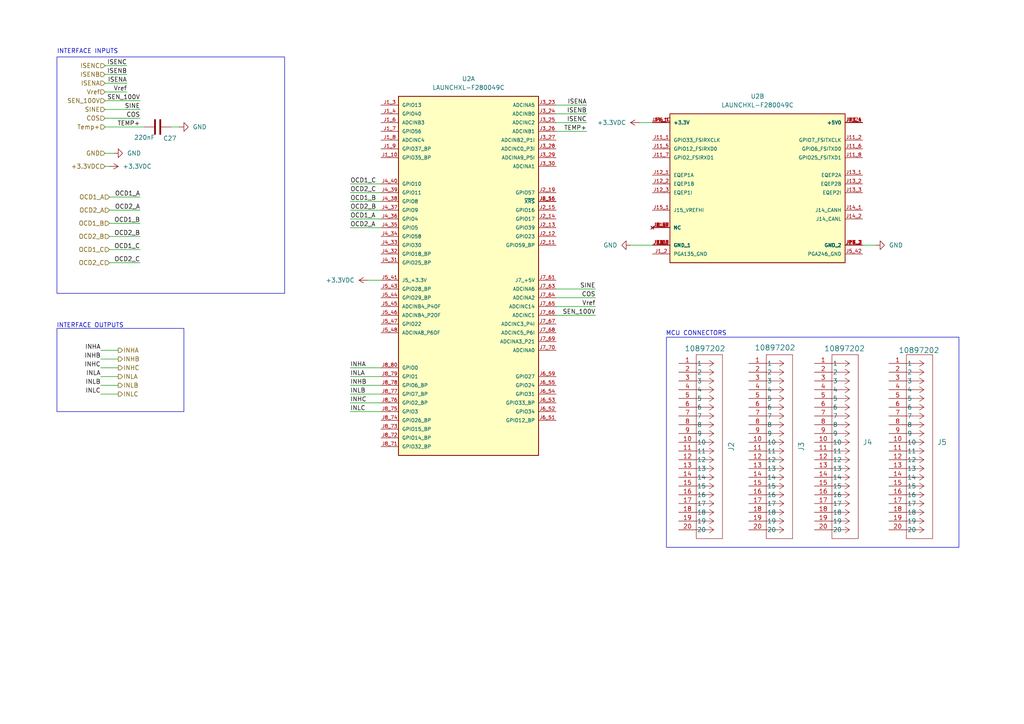
<source format=kicad_sch>
(kicad_sch (version 20250114) (generator "eeschema") (generator_version "9.0")
  (paper "A4")
  (title_block (date "2025-04-19") (rev "1"))
  (lib_symbols
    (symbol "10897202:10897202" (pin_names (offset 0.254))
      (property "Reference" "J" (at 8.89 6.35 0))
      (property "Value" "10897202" (at 0 0 0))
      (symbol "10897202_1_1"
        (polyline (pts (xy 5.08 2.54) (xy 5.08 -50.8)) (stroke (width 0.127)))
        (polyline (pts (xy 5.08 -50.8) (xy 12.7 -50.8)) (stroke (width 0.127)))
        (polyline (pts (xy 10.16 0) (xy 5.08 0)) (stroke (width 0.127)))
        (polyline (pts (xy 10.16 0) (xy 8.89 0.8467)) (stroke (width 0.127)))
        (polyline (pts (xy 10.16 0) (xy 8.89 -0.8467)) (stroke (width 0.127)))
        (polyline (pts (xy 10.16 -2.54) (xy 5.08 -2.54)) (stroke (width 0.127)))
        (polyline (pts (xy 10.16 -2.54) (xy 8.89 -1.6933)) (stroke (width 0.127)))
        (polyline (pts (xy 10.16 -2.54) (xy 8.89 -3.3867)) (stroke (width 0.127)))
        (polyline (pts (xy 10.16 -5.08) (xy 5.08 -5.08)) (stroke (width 0.127)))
        (polyline (pts (xy 10.16 -5.08) (xy 8.89 -4.2333)) (stroke (width 0.127)))
        (polyline (pts (xy 10.16 -5.08) (xy 8.89 -5.9267)) (stroke (width 0.127)))
        (polyline (pts (xy 10.16 -7.62) (xy 5.08 -7.62)) (stroke (width 0.127)))
        (polyline (pts (xy 10.16 -7.62) (xy 8.89 -6.7733)) (stroke (width 0.127)))
        (polyline (pts (xy 10.16 -7.62) (xy 8.89 -8.4667)) (stroke (width 0.127)))
        (polyline (pts (xy 10.16 -10.16) (xy 5.08 -10.16)) (stroke (width 0.127)))
        (polyline (pts (xy 10.16 -10.16) (xy 8.89 -9.3133)) (stroke (width 0.127)))
        (polyline (pts (xy 10.16 -10.16) (xy 8.89 -11.0067)) (stroke (width 0.127)))
        (polyline (pts (xy 10.16 -12.7) (xy 5.08 -12.7)) (stroke (width 0.127)))
        (polyline (pts (xy 10.16 -12.7) (xy 8.89 -11.8533)) (stroke (width 0.127)))
        (polyline (pts (xy 10.16 -12.7) (xy 8.89 -13.5467)) (stroke (width 0.127)))
        (polyline (pts (xy 10.16 -15.24) (xy 5.08 -15.24)) (stroke (width 0.127)))
        (polyline (pts (xy 10.16 -15.24) (xy 8.89 -14.3933)) (stroke (width 0.127)))
        (polyline (pts (xy 10.16 -15.24) (xy 8.89 -16.0867)) (stroke (width 0.127)))
        (polyline (pts (xy 10.16 -17.78) (xy 5.08 -17.78)) (stroke (width 0.127)))
        (polyline (pts (xy 10.16 -17.78) (xy 8.89 -16.9333)) (stroke (width 0.127)))
        (polyline (pts (xy 10.16 -17.78) (xy 8.89 -18.6267)) (stroke (width 0.127)))
        (polyline (pts (xy 10.16 -20.32) (xy 5.08 -20.32)) (stroke (width 0.127)))
        (polyline (pts (xy 10.16 -20.32) (xy 8.89 -19.4733)) (stroke (width 0.127)))
        (polyline (pts (xy 10.16 -20.32) (xy 8.89 -21.1667)) (stroke (width 0.127)))
        (polyline (pts (xy 10.16 -22.86) (xy 5.08 -22.86)) (stroke (width 0.127)))
        (polyline (pts (xy 10.16 -22.86) (xy 8.89 -22.0133)) (stroke (width 0.127)))
        (polyline (pts (xy 10.16 -22.86) (xy 8.89 -23.7067)) (stroke (width 0.127)))
        (polyline (pts (xy 10.16 -25.4) (xy 5.08 -25.4)) (stroke (width 0.127)))
        (polyline (pts (xy 10.16 -25.4) (xy 8.89 -24.5533)) (stroke (width 0.127)))
        (polyline (pts (xy 10.16 -25.4) (xy 8.89 -26.2467)) (stroke (width 0.127)))
        (polyline (pts (xy 10.16 -27.94) (xy 5.08 -27.94)) (stroke (width 0.127)))
        (polyline (pts (xy 10.16 -27.94) (xy 8.89 -27.0933)) (stroke (width 0.127)))
        (polyline (pts (xy 10.16 -27.94) (xy 8.89 -28.7867)) (stroke (width 0.127)))
        (polyline (pts (xy 10.16 -30.48) (xy 5.08 -30.48)) (stroke (width 0.127)))
        (polyline (pts (xy 10.16 -30.48) (xy 8.89 -29.6333)) (stroke (width 0.127)))
        (polyline (pts (xy 10.16 -30.48) (xy 8.89 -31.3267)) (stroke (width 0.127)))
        (polyline (pts (xy 10.16 -33.02) (xy 5.08 -33.02)) (stroke (width 0.127)))
        (polyline (pts (xy 10.16 -33.02) (xy 8.89 -32.1733)) (stroke (width 0.127)))
        (polyline (pts (xy 10.16 -33.02) (xy 8.89 -33.8667)) (stroke (width 0.127)))
        (polyline (pts (xy 10.16 -35.56) (xy 5.08 -35.56)) (stroke (width 0.127)))
        (polyline (pts (xy 10.16 -35.56) (xy 8.89 -34.7133)) (stroke (width 0.127)))
        (polyline (pts (xy 10.16 -35.56) (xy 8.89 -36.4067)) (stroke (width 0.127)))
        (polyline (pts (xy 10.16 -38.1) (xy 5.08 -38.1)) (stroke (width 0.127)))
        (polyline (pts (xy 10.16 -38.1) (xy 8.89 -37.2533)) (stroke (width 0.127)))
        (polyline (pts (xy 10.16 -38.1) (xy 8.89 -38.9467)) (stroke (width 0.127)))
        (polyline (pts (xy 10.16 -40.64) (xy 5.08 -40.64)) (stroke (width 0.127)))
        (polyline (pts (xy 10.16 -40.64) (xy 8.89 -39.7933)) (stroke (width 0.127)))
        (polyline (pts (xy 10.16 -40.64) (xy 8.89 -41.4867)) (stroke (width 0.127)))
        (polyline (pts (xy 10.16 -43.18) (xy 5.08 -43.18)) (stroke (width 0.127)))
        (polyline (pts (xy 10.16 -43.18) (xy 8.89 -42.3333)) (stroke (width 0.127)))
        (polyline (pts (xy 10.16 -43.18) (xy 8.89 -44.0267)) (stroke (width 0.127)))
        (polyline (pts (xy 10.16 -45.72) (xy 5.08 -45.72)) (stroke (width 0.127)))
        (polyline (pts (xy 10.16 -45.72) (xy 8.89 -44.8733)) (stroke (width 0.127)))
        (polyline (pts (xy 10.16 -45.72) (xy 8.89 -46.5667)) (stroke (width 0.127)))
        (polyline (pts (xy 10.16 -48.26) (xy 5.08 -48.26)) (stroke (width 0.127)))
        (polyline (pts (xy 10.16 -48.26) (xy 8.89 -47.4133)) (stroke (width 0.127)))
        (polyline (pts (xy 10.16 -48.26) (xy 8.89 -49.1067)) (stroke (width 0.127)))
        (polyline (pts (xy 12.7 2.54) (xy 5.08 2.54)) (stroke (width 0.127)))
        (polyline (pts (xy 12.7 -50.8) (xy 12.7 2.54)) (stroke (width 0.127)))
        (pin unspecified line (at 0 0 0) (length 5.08) (name "1") (number "1"))
        (pin unspecified line (at 0 -2.54 0) (length 5.08) (name "2") (number "2"))
        (pin unspecified line (at 0 -5.08 0) (length 5.08) (name "3") (number "3"))
        (pin unspecified line (at 0 -7.62 0) (length 5.08) (name "4") (number "4"))
        (pin unspecified line (at 0 -10.16 0) (length 5.08) (name "5") (number "5"))
        (pin unspecified line (at 0 -12.7 0) (length 5.08) (name "6") (number "6"))
        (pin unspecified line (at 0 -15.24 0) (length 5.08) (name "7") (number "7"))
        (pin unspecified line (at 0 -17.78 0) (length 5.08) (name "8") (number "8"))
        (pin unspecified line (at 0 -20.32 0) (length 5.08) (name "9") (number "9"))
        (pin unspecified line (at 0 -22.86 0) (length 5.08) (name "10") (number "10"))
        (pin unspecified line (at 0 -25.4 0) (length 5.08) (name "11") (number "11"))
        (pin unspecified line (at 0 -27.94 0) (length 5.08) (name "12") (number "12"))
        (pin unspecified line (at 0 -30.48 0) (length 5.08) (name "13") (number "13"))
        (pin unspecified line (at 0 -33.02 0) (length 5.08) (name "14") (number "14"))
        (pin unspecified line (at 0 -35.56 0) (length 5.08) (name "15") (number "15"))
        (pin unspecified line (at 0 -38.1 0) (length 5.08) (name "16") (number "16"))
        (pin unspecified line (at 0 -40.64 0) (length 5.08) (name "17") (number "17"))
        (pin unspecified line (at 0 -43.18 0) (length 5.08) (name "18") (number "18"))
        (pin unspecified line (at 0 -45.72 0) (length 5.08) (name "19") (number "19"))
        (pin unspecified line (at 0 -48.26 0) (length 5.08) (name "20") (number "20"))
      )
      (symbol "10897202_1_2"
        (polyline (pts (xy 5.08 2.54) (xy 5.08 -50.8)) (stroke (width 0.127)))
        (polyline (pts (xy 5.08 -50.8) (xy 12.7 -50.8)) (stroke (width 0.127)))
        (polyline (pts (xy 7.62 0) (xy 5.08 0)) (stroke (width 0.127)))
        (polyline (pts (xy 7.62 0) (xy 8.89 0.8467)) (stroke (width 0.127)))
        (polyline (pts (xy 7.62 0) (xy 8.89 -0.8467)) (stroke (width 0.127)))
        (polyline (pts (xy 7.62 -2.54) (xy 5.08 -2.54)) (stroke (width 0.127)))
        (polyline (pts (xy 7.62 -2.54) (xy 8.89 -1.6933)) (stroke (width 0.127)))
        (polyline (pts (xy 7.62 -2.54) (xy 8.89 -3.3867)) (stroke (width 0.127)))
        (polyline (pts (xy 7.62 -5.08) (xy 5.08 -5.08)) (stroke (width 0.127)))
        (polyline (pts (xy 7.62 -5.08) (xy 8.89 -4.2333)) (stroke (width 0.127)))
        (polyline (pts (xy 7.62 -5.08) (xy 8.89 -5.9267)) (stroke (width 0.127)))
        (polyline (pts (xy 7.62 -7.62) (xy 5.08 -7.62)) (stroke (width 0.127)))
        (polyline (pts (xy 7.62 -7.62) (xy 8.89 -6.7733)) (stroke (width 0.127)))
        (polyline (pts (xy 7.62 -7.62) (xy 8.89 -8.4667)) (stroke (width 0.127)))
        (polyline (pts (xy 7.62 -10.16) (xy 5.08 -10.16)) (stroke (width 0.127)))
        (polyline (pts (xy 7.62 -10.16) (xy 8.89 -9.3133)) (stroke (width 0.127)))
        (polyline (pts (xy 7.62 -10.16) (xy 8.89 -11.0067)) (stroke (width 0.127)))
        (polyline (pts (xy 7.62 -12.7) (xy 5.08 -12.7)) (stroke (width 0.127)))
        (polyline (pts (xy 7.62 -12.7) (xy 8.89 -11.8533)) (stroke (width 0.127)))
        (polyline (pts (xy 7.62 -12.7) (xy 8.89 -13.5467)) (stroke (width 0.127)))
        (polyline (pts (xy 7.62 -15.24) (xy 5.08 -15.24)) (stroke (width 0.127)))
        (polyline (pts (xy 7.62 -15.24) (xy 8.89 -14.3933)) (stroke (width 0.127)))
        (polyline (pts (xy 7.62 -15.24) (xy 8.89 -16.0867)) (stroke (width 0.127)))
        (polyline (pts (xy 7.62 -17.78) (xy 5.08 -17.78)) (stroke (width 0.127)))
        (polyline (pts (xy 7.62 -17.78) (xy 8.89 -16.9333)) (stroke (width 0.127)))
        (polyline (pts (xy 7.62 -17.78) (xy 8.89 -18.6267)) (stroke (width 0.127)))
        (polyline (pts (xy 7.62 -20.32) (xy 5.08 -20.32)) (stroke (width 0.127)))
        (polyline (pts (xy 7.62 -20.32) (xy 8.89 -19.4733)) (stroke (width 0.127)))
        (polyline (pts (xy 7.62 -20.32) (xy 8.89 -21.1667)) (stroke (width 0.127)))
        (polyline (pts (xy 7.62 -22.86) (xy 5.08 -22.86)) (stroke (width 0.127)))
        (polyline (pts (xy 7.62 -22.86) (xy 8.89 -22.0133)) (stroke (width 0.127)))
        (polyline (pts (xy 7.62 -22.86) (xy 8.89 -23.7067)) (stroke (width 0.127)))
        (polyline (pts (xy 7.62 -25.4) (xy 5.08 -25.4)) (stroke (width 0.127)))
        (polyline (pts (xy 7.62 -25.4) (xy 8.89 -24.5533)) (stroke (width 0.127)))
        (polyline (pts (xy 7.62 -25.4) (xy 8.89 -26.2467)) (stroke (width 0.127)))
        (polyline (pts (xy 7.62 -27.94) (xy 5.08 -27.94)) (stroke (width 0.127)))
        (polyline (pts (xy 7.62 -27.94) (xy 8.89 -27.0933)) (stroke (width 0.127)))
        (polyline (pts (xy 7.62 -27.94) (xy 8.89 -28.7867)) (stroke (width 0.127)))
        (polyline (pts (xy 7.62 -30.48) (xy 5.08 -30.48)) (stroke (width 0.127)))
        (polyline (pts (xy 7.62 -30.48) (xy 8.89 -29.6333)) (stroke (width 0.127)))
        (polyline (pts (xy 7.62 -30.48) (xy 8.89 -31.3267)) (stroke (width 0.127)))
        (polyline (pts (xy 7.62 -33.02) (xy 5.08 -33.02)) (stroke (width 0.127)))
        (polyline (pts (xy 7.62 -33.02) (xy 8.89 -32.1733)) (stroke (width 0.127)))
        (polyline (pts (xy 7.62 -33.02) (xy 8.89 -33.8667)) (stroke (width 0.127)))
        (polyline (pts (xy 7.62 -35.56) (xy 5.08 -35.56)) (stroke (width 0.127)))
        (polyline (pts (xy 7.62 -35.56) (xy 8.89 -34.7133)) (stroke (width 0.127)))
        (polyline (pts (xy 7.62 -35.56) (xy 8.89 -36.4067)) (stroke (width 0.127)))
        (polyline (pts (xy 7.62 -38.1) (xy 5.08 -38.1)) (stroke (width 0.127)))
        (polyline (pts (xy 7.62 -38.1) (xy 8.89 -37.2533)) (stroke (width 0.127)))
        (polyline (pts (xy 7.62 -38.1) (xy 8.89 -38.9467)) (stroke (width 0.127)))
        (polyline (pts (xy 7.62 -40.64) (xy 5.08 -40.64)) (stroke (width 0.127)))
        (polyline (pts (xy 7.62 -40.64) (xy 8.89 -39.7933)) (stroke (width 0.127)))
        (polyline (pts (xy 7.62 -40.64) (xy 8.89 -41.4867)) (stroke (width 0.127)))
        (polyline (pts (xy 7.62 -43.18) (xy 5.08 -43.18)) (stroke (width 0.127)))
        (polyline (pts (xy 7.62 -43.18) (xy 8.89 -42.3333)) (stroke (width 0.127)))
        (polyline (pts (xy 7.62 -43.18) (xy 8.89 -44.0267)) (stroke (width 0.127)))
        (polyline (pts (xy 7.62 -45.72) (xy 5.08 -45.72)) (stroke (width 0.127)))
        (polyline (pts (xy 7.62 -45.72) (xy 8.89 -44.8733)) (stroke (width 0.127)))
        (polyline (pts (xy 7.62 -45.72) (xy 8.89 -46.5667)) (stroke (width 0.127)))
        (polyline (pts (xy 7.62 -48.26) (xy 5.08 -48.26)) (stroke (width 0.127)))
        (polyline (pts (xy 7.62 -48.26) (xy 8.89 -47.4133)) (stroke (width 0.127)))
        (polyline (pts (xy 7.62 -48.26) (xy 8.89 -49.1067)) (stroke (width 0.127)))
        (polyline (pts (xy 12.7 2.54) (xy 5.08 2.54)) (stroke (width 0.127)))
        (polyline (pts (xy 12.7 -50.8) (xy 12.7 2.54)) (stroke (width 0.127)))
        (pin unspecified line (at 0 0 0) (length 5.08) (name "1") (number "1"))
        (pin unspecified line (at 0 -2.54 0) (length 5.08) (name "2") (number "2"))
        (pin unspecified line (at 0 -5.08 0) (length 5.08) (name "3") (number "3"))
        (pin unspecified line (at 0 -7.62 0) (length 5.08) (name "4") (number "4"))
        (pin unspecified line (at 0 -10.16 0) (length 5.08) (name "5") (number "5"))
        (pin unspecified line (at 0 -12.7 0) (length 5.08) (name "6") (number "6"))
        (pin unspecified line (at 0 -15.24 0) (length 5.08) (name "7") (number "7"))
        (pin unspecified line (at 0 -17.78 0) (length 5.08) (name "8") (number "8"))
        (pin unspecified line (at 0 -20.32 0) (length 5.08) (name "9") (number "9"))
        (pin unspecified line (at 0 -22.86 0) (length 5.08) (name "10") (number "10"))
        (pin unspecified line (at 0 -25.4 0) (length 5.08) (name "11") (number "11"))
        (pin unspecified line (at 0 -27.94 0) (length 5.08) (name "12") (number "12"))
        (pin unspecified line (at 0 -30.48 0) (length 5.08) (name "13") (number "13"))
        (pin unspecified line (at 0 -33.02 0) (length 5.08) (name "14") (number "14"))
        (pin unspecified line (at 0 -35.56 0) (length 5.08) (name "15") (number "15"))
        (pin unspecified line (at 0 -38.1 0) (length 5.08) (name "16") (number "16"))
        (pin unspecified line (at 0 -40.64 0) (length 5.08) (name "17") (number "17"))
        (pin unspecified line (at 0 -43.18 0) (length 5.08) (name "18") (number "18"))
        (pin unspecified line (at 0 -45.72 0) (length 5.08) (name "19") (number "19"))
        (pin unspecified line (at 0 -48.26 0) (length 5.08) (name "20") (number "20"))
      )
    )
    (symbol "Device:C" (pin_numbers (hide yes)) (pin_names (offset 0.254))
      (property "Reference" "C" (at 0.635 2.54 0))
      (property "Value" "C" (at 0.635 -2.54 0))
      (symbol "C_0_1"
        (polyline (pts (xy -2.032 0.762) (xy 2.032 0.762)) (stroke (width 0.508)))
        (polyline (pts (xy -2.032 -0.762) (xy 2.032 -0.762)) (stroke (width 0.508)))
      )
      (symbol "C_1_1"
        (pin passive line (at 0 3.81 270) (length 2.794) (name "~") (number "1"))
        (pin passive line (at 0 -3.81 90) (length 2.794) (name "~") (number "2"))
      )
    )
    (symbol "LAUNCHXL-F280049C:LAUNCHXL-F280049C" (pin_names (offset 1.016))
      (property "Reference" "U" (at -20.32 51.435 0))
      (property "Value" "LAUNCHXL-F280049C" (at -20.32 -55.88 0))
      (symbol "LAUNCHXL-F280049C_1_0"
        (rectangle (start -20.32 -53.34) (end 20.32 50.8) (stroke (width 0.254)) (fill (type background)))
        (pin bidirectional line (at -25.4 48.26 0) (length 5.08) (name "GPIO13") (number "J1_3"))
        (pin bidirectional line (at -25.4 45.72 0) (length 5.08) (name "GPIO40") (number "J1_4"))
        (pin input line (at -25.4 43.18 0) (length 5.08) (name "ADCINB3") (number "J1_6"))
        (pin bidirectional line (at -25.4 40.64 0) (length 5.08) (name "GPIO56") (number "J1_7"))
        (pin input line (at -25.4 38.1 0) (length 5.08) (name "ADCINC4") (number "J1_8"))
        (pin bidirectional line (at -25.4 35.56 0) (length 5.08) (name "GPIO37_BP") (number "J1_9"))
        (pin bidirectional line (at -25.4 33.02 0) (length 5.08) (name "GPIO35_BP") (number "J1_10"))
        (pin bidirectional line (at -25.4 25.4 0) (length 5.08) (name "GPIO10") (number "J4_40"))
        (pin bidirectional line (at -25.4 22.86 0) (length 5.08) (name "GPIO11") (number "J4_39"))
        (pin bidirectional line (at -25.4 20.32 0) (length 5.08) (name "GPIO8") (number "J4_38"))
        (pin bidirectional line (at -25.4 17.78 0) (length 5.08) (name "GPIO9") (number "J4_37"))
        (pin bidirectional line (at -25.4 15.24 0) (length 5.08) (name "GPIO4") (number "J4_36"))
        (pin bidirectional line (at -25.4 12.7 0) (length 5.08) (name "GPIO5") (number "J4_35"))
        (pin bidirectional line (at -25.4 10.16 0) (length 5.08) (name "GPIO58") (number "J4_34"))
        (pin bidirectional line (at -25.4 7.62 0) (length 5.08) (name "GPIO30") (number "J4_33"))
        (pin bidirectional line (at -25.4 5.08 0) (length 5.08) (name "GPIO18_BP") (number "J4_32"))
        (pin bidirectional line (at -25.4 2.54 0) (length 5.08) (name "GPIO25_BP") (number "J4_31"))
        (pin input line (at -25.4 -2.54 0) (length 5.08) (name "J5_+3.3V") (number "J5_41"))
        (pin bidirectional line (at -25.4 -5.08 0) (length 5.08) (name "GPIO28_BP") (number "J5_43"))
        (pin bidirectional line (at -25.4 -7.62 0) (length 5.08) (name "GPIO29_BP") (number "J5_44"))
        (pin input line (at -25.4 -10.16 0) (length 5.08) (name "ADCINB4_P4OF") (number "J5_45"))
        (pin input line (at -25.4 -12.7 0) (length 5.08) (name "ADCINB4_P2OF") (number "J5_46"))
        (pin bidirectional line (at -25.4 -15.24 0) (length 5.08) (name "GPIO22") (number "J5_47"))
        (pin input line (at -25.4 -17.78 0) (length 5.08) (name "ADCINA8_P6OF") (number "J5_48"))
        (pin bidirectional line (at -25.4 -27.94 0) (length 5.08) (name "GPIO0") (number "J8_80"))
        (pin bidirectional line (at -25.4 -30.48 0) (length 5.08) (name "GPIO1") (number "J8_79"))
        (pin bidirectional line (at -25.4 -33.02 0) (length 5.08) (name "GPIO6_BP") (number "J8_78"))
        (pin bidirectional line (at -25.4 -35.56 0) (length 5.08) (name "GPIO7_BP") (number "J8_77"))
        (pin bidirectional line (at -25.4 -38.1 0) (length 5.08) (name "GPIO2_BP") (number "J8_76"))
        (pin bidirectional line (at -25.4 -40.64 0) (length 5.08) (name "GPIO3") (number "J8_75"))
        (pin bidirectional line (at -25.4 -43.18 0) (length 5.08) (name "GPIO26_BP") (number "J8_74"))
        (pin bidirectional line (at -25.4 -45.72 0) (length 5.08) (name "GPIO15_BP") (number "J8_73"))
        (pin bidirectional line (at -25.4 -48.26 0) (length 5.08) (name "GPIO14_BP") (number "J8_72"))
        (pin bidirectional line (at -25.4 -50.8 0) (length 5.08) (name "GPIO32_BP") (number "J8_71"))
        (pin input line (at 25.4 48.26 180) (length 5.08) (name "ADCINA5") (number "J3_23"))
        (pin input line (at 25.4 45.72 180) (length 5.08) (name "ADCINB0") (number "J3_24"))
        (pin input line (at 25.4 43.18 180) (length 5.08) (name "ADCINC2") (number "J3_25"))
        (pin input line (at 25.4 40.64 180) (length 5.08) (name "ADCINB1") (number "J3_26"))
        (pin input line (at 25.4 38.1 180) (length 5.08) (name "ADCINB2_P1I") (number "J3_27"))
        (pin input line (at 25.4 35.56 180) (length 5.08) (name "ADCINC0_P3I") (number "J3_28"))
        (pin input line (at 25.4 33.02 180) (length 5.08) (name "ADCINA9_P5I") (number "J3_29"))
        (pin input line (at 25.4 30.48 180) (length 5.08) (name "ADCINA1") (number "J3_30"))
        (pin bidirectional line (at 25.4 22.86 180) (length 5.08) (name "GPIO57") (number "J2_19"))
        (pin passive line (at 25.4 20.32 180) (length 5.08) (name "~{XRS}") (number "J2_16"))
        (pin passive line (at 25.4 20.32 180) (length 5.08) (name "~{XRS}") (number "J6_56"))
        (pin bidirectional line (at 25.4 17.78 180) (length 5.08) (name "GPIO16") (number "J2_15"))
        (pin bidirectional line (at 25.4 15.24 180) (length 5.08) (name "GPIO17") (number "J2_14"))
        (pin bidirectional line (at 25.4 12.7 180) (length 5.08) (name "GPIO39") (number "J2_13"))
        (pin bidirectional line (at 25.4 10.16 180) (length 5.08) (name "GPIO23") (number "J2_12"))
        (pin bidirectional line (at 25.4 7.62 180) (length 5.08) (name "GPIO59_BP") (number "J2_11"))
        (pin input line (at 25.4 -2.54 180) (length 5.08) (name "J7_+5V") (number "J7_61"))
        (pin input line (at 25.4 -5.08 180) (length 5.08) (name "ADCINA6") (number "J7_63"))
        (pin input line (at 25.4 -7.62 180) (length 5.08) (name "ADCINA2") (number "J7_64"))
        (pin input line (at 25.4 -10.16 180) (length 5.08) (name "ADCINC14") (number "J7_65"))
        (pin input line (at 25.4 -12.7 180) (length 5.08) (name "ADCINC1") (number "J7_66"))
        (pin input line (at 25.4 -15.24 180) (length 5.08) (name "ADCINC3_P4I") (number "J7_67"))
        (pin input line (at 25.4 -17.78 180) (length 5.08) (name "ADCINC5_P6I") (number "J7_68"))
        (pin input line (at 25.4 -20.32 180) (length 5.08) (name "ADCINA3_P21") (number "J7_69"))
        (pin input line (at 25.4 -22.86 180) (length 5.08) (name "ADCINA0") (number "J7_70"))
        (pin bidirectional line (at 25.4 -30.48 180) (length 5.08) (name "GPIO27") (number "J6_59"))
        (pin bidirectional line (at 25.4 -33.02 180) (length 5.08) (name "GPIO24") (number "J6_55"))
        (pin bidirectional line (at 25.4 -35.56 180) (length 5.08) (name "GPIO31") (number "J6_54"))
        (pin bidirectional line (at 25.4 -38.1 180) (length 5.08) (name "GPIO33_BP") (number "J6_53"))
        (pin bidirectional line (at 25.4 -40.64 180) (length 5.08) (name "GPIO34") (number "J6_52"))
        (pin bidirectional line (at 25.4 -43.18 180) (length 5.08) (name "GPIO12_BP") (number "J6_51"))
      )
      (symbol "LAUNCHXL-F280049C_2_0"
        (rectangle (start -25.4 -20.32) (end 25.4 22.86) (stroke (width 0.254)) (fill (type background)))
        (pin power_in line (at -30.48 20.32 0) (length 5.08) (name "+3.3V") (number "J11_10"))
        (pin power_in line (at -30.48 20.32 0) (length 5.08) (name "+3.3V") (number "J1_1"))
        (pin power_in line (at -30.48 20.32 0) (length 5.08) (name "+3.3V") (number "JP4_1"))
        (pin power_in line (at -30.48 20.32 0) (length 5.08) (name "+3.3V") (number "JP6_1"))
        (pin bidirectional line (at -30.48 15.24 0) (length 5.08) (name "GPIO33_FSIRXCLK") (number "J11_1"))
        (pin bidirectional line (at -30.48 12.7 0) (length 5.08) (name "GPIO12_FSIRXD0") (number "J11_5"))
        (pin bidirectional line (at -30.48 10.16 0) (length 5.08) (name "GPIO2_FSIRXD1") (number "J11_7"))
        (pin passive line (at -30.48 5.08 0) (length 5.08) (name "EQEP1A") (number "J12_1"))
        (pin passive line (at -30.48 2.54 0) (length 5.08) (name "EQEP1B") (number "J12_2"))
        (pin passive line (at -30.48 0 0) (length 5.08) (name "EQEP1I") (number "J12_3"))
        (pin input line (at -30.48 -5.08 0) (length 5.08) (name "J15_VREFHI") (number "J15_1"))
        (pin no_connect line (at -30.48 -10.16 0) (length 5.08) (name "NC") (number "J11_9"))
        (pin no_connect line (at -30.48 -10.16 0) (length 5.08) (name "NC") (number "J1_5"))
        (pin no_connect line (at -30.48 -10.16 0) (length 5.08) (name "NC") (number "J2_17"))
        (pin no_connect line (at -30.48 -10.16 0) (length 5.08) (name "NC") (number "J2_18"))
        (pin no_connect line (at -30.48 -10.16 0) (length 5.08) (name "NC") (number "J5_49"))
        (pin no_connect line (at -30.48 -10.16 0) (length 5.08) (name "NC") (number "J5_50"))
        (pin no_connect line (at -30.48 -10.16 0) (length 5.08) (name "NC") (number "J6_57"))
        (pin no_connect line (at -30.48 -10.16 0) (length 5.08) (name "NC") (number "J6_58"))
        (pin power_in line (at -30.48 -15.24 0) (length 5.08) (name "GND_1") (number "J11_3"))
        (pin power_in line (at -30.48 -15.24 0) (length 5.08) (name "GND_1") (number "J11_4"))
        (pin power_in line (at -30.48 -15.24 0) (length 5.08) (name "GND_1") (number "J12_5"))
        (pin power_in line (at -30.48 -15.24 0) (length 5.08) (name "GND_1") (number "J13_5"))
        (pin power_in line (at -30.48 -15.24 0) (length 5.08) (name "GND_1") (number "J14_3"))
        (pin power_in line (at -30.48 -15.24 0) (length 5.08) (name "GND_1") (number "J2_20"))
        (pin power_in line (at -30.48 -15.24 0) (length 5.08) (name "GND_1") (number "J3_22"))
        (pin power_in line (at -30.48 -15.24 0) (length 5.08) (name "GND_1") (number "J6_60"))
        (pin power_in line (at -30.48 -15.24 0) (length 5.08) (name "GND_1") (number "J7_62"))
        (pin power_in line (at -30.48 -17.78 0) (length 5.08) (name "PGA135_GND") (number "J1_2"))
        (pin power_in line (at 30.48 20.32 180) (length 5.08) (name "+5V0") (number "J12_4"))
        (pin power_in line (at 30.48 20.32 180) (length 5.08) (name "+5V0") (number "J13_4"))
        (pin power_in line (at 30.48 20.32 180) (length 5.08) (name "+5V0") (number "J3_21"))
        (pin power_in line (at 30.48 20.32 180) (length 5.08) (name "+5V0") (number "JP5_1"))
        (pin power_in line (at 30.48 20.32 180) (length 5.08) (name "+5V0") (number "JP7_1"))
        (pin bidirectional line (at 30.48 15.24 180) (length 5.08) (name "GPIO7_FSITXCLK") (number "J11_2"))
        (pin bidirectional line (at 30.48 12.7 180) (length 5.08) (name "GPIO6_FSITXD0") (number "J11_6"))
        (pin bidirectional line (at 30.48 10.16 180) (length 5.08) (name "GPIO25_FSITXD1") (number "J11_8"))
        (pin passive line (at 30.48 5.08 180) (length 5.08) (name "EQEP2A") (number "J13_1"))
        (pin passive line (at 30.48 2.54 180) (length 5.08) (name "EQEP2B") (number "J13_2"))
        (pin passive line (at 30.48 0 180) (length 5.08) (name "EQEP2I") (number "J13_3"))
        (pin bidirectional line (at 30.48 -5.08 180) (length 5.08) (name "J14_CANH") (number "J14_1"))
        (pin bidirectional line (at 30.48 -7.62 180) (length 5.08) (name "J14_CANL") (number "J14_2"))
        (pin power_in line (at 30.48 -15.24 180) (length 5.08) (name "GND_2") (number "J15_2"))
        (pin power_in line (at 30.48 -15.24 180) (length 5.08) (name "GND_2") (number "JP4_2"))
        (pin power_in line (at 30.48 -15.24 180) (length 5.08) (name "GND_2") (number "JP4_3"))
        (pin power_in line (at 30.48 -15.24 180) (length 5.08) (name "GND_2") (number "JP5_2"))
        (pin power_in line (at 30.48 -15.24 180) (length 5.08) (name "GND_2") (number "JP5_3"))
        (pin power_in line (at 30.48 -15.24 180) (length 5.08) (name "GND_2") (number "JP6_2"))
        (pin power_in line (at 30.48 -15.24 180) (length 5.08) (name "GND_2") (number "JP6_3"))
        (pin power_in line (at 30.48 -15.24 180) (length 5.08) (name "GND_2") (number "JP7_2"))
        (pin power_in line (at 30.48 -15.24 180) (length 5.08) (name "GND_2") (number "JP7_3"))
        (pin power_in line (at 30.48 -17.78 180) (length 5.08) (name "PGA246_GND") (number "J5_42"))
      )
    )
    (symbol "power:+3.3V" (power) (pin_numbers (hide yes)) (pin_names (offset 0) (hide yes))
      (property "Value" "+3.3V" (at 0 3.556 0))
      (symbol "+3.3V_0_1"
        (polyline (pts (xy -0.762 1.27) (xy 0 2.54)))
        (polyline (pts (xy 0 2.54) (xy 0.762 1.27)))
        (polyline (pts (xy 0 0) (xy 0 2.54)))
      )
      (symbol "+3.3V_1_1"
        (pin power_in line (at 0 0 90) (length 0) (name "~") (number "1"))
      )
    )
    (symbol "power:GND" (power) (pin_numbers (hide yes)) (pin_names (offset 0) (hide yes))
      (property "Value" "GND" (at 0 -3.81 0))
      (symbol "GND_0_1"
        (polyline (pts (xy 0 0) (xy 0 -1.27) (xy 1.27 -1.27) (xy 0 -2.54) (xy -1.27 -1.27) (xy 0 -1.27)))
      )
      (symbol "GND_1_1"
        (pin power_in line (at 0 0 270) (length 0) (name "~") (number "1"))
      )
    )
  )
  (rectangle (start 193.294 97.79) (end 278.13 158.75))
  (rectangle (start 16.51 95.25) (end 53.34 119.38))
  (rectangle (start 16.51 16.51) (end 82.55 85.09))
  (text "INTERFACE INPUTS\n\n" (at 25.4 16.002 0) (effects (font (size 1.27 1.27))))
  (text "INTERFACE OUTPUTS\n\n\n" (at 26.162 96.52 0) (effects (font (size 1.27 1.27))))
  (text "MCU CONNECTORS\n\n" (at 201.93 97.79 0) (effects (font (size 1.27 1.27))))
  (wire (pts (xy 40.64 57.15) (xy 31.75 57.15)))
  (wire (pts (xy 40.64 76.2) (xy 31.75 76.2)))
  (wire (pts (xy 30.48 31.75) (xy 40.64 31.75)))
  (wire (pts (xy 30.48 36.83) (xy 41.91 36.83)))
  (wire (pts (xy 29.21 114.3) (xy 34.29 114.3)))
  (wire (pts (xy 101.6 119.38) (xy 110.49 119.38)))
  (wire (pts (xy 30.48 34.29) (xy 40.64 34.29)))
  (wire (pts (xy 40.64 72.39) (xy 31.75 72.39)))
  (wire (pts (xy 101.6 63.5) (xy 110.49 63.5)))
  (wire (pts (xy 101.6 114.3) (xy 110.49 114.3)))
  (wire (pts (xy 30.48 44.45) (xy 33.02 44.45)))
  (wire (pts (xy 29.21 104.14) (xy 34.29 104.14)))
  (wire (pts (xy 106.68 81.28) (xy 110.49 81.28)))
  (wire (pts (xy 185.42 35.56) (xy 189.23 35.56)))
  (wire (pts (xy 49.53 36.83) (xy 52.07 36.83)))
  (wire (pts (xy 36.83 24.13) (xy 30.48 24.13)))
  (wire (pts (xy 101.6 109.22) (xy 110.49 109.22)))
  (wire (pts (xy 101.6 111.76) (xy 110.49 111.76)))
  (wire (pts (xy 36.83 21.59) (xy 30.48 21.59)))
  (wire (pts (xy 161.29 33.02) (xy 170.18 33.02)))
  (wire (pts (xy 250.19 71.12) (xy 254 71.12)))
  (wire (pts (xy 36.83 19.05) (xy 30.48 19.05)))
  (wire (pts (xy 101.6 60.96) (xy 110.49 60.96)))
  (wire (pts (xy 172.72 91.44) (xy 161.29 91.44)))
  (wire (pts (xy 161.29 38.1) (xy 170.18 38.1)))
  (wire (pts (xy 40.64 64.77) (xy 31.75 64.77)))
  (wire (pts (xy 40.64 60.96) (xy 31.75 60.96)))
  (wire (pts (xy 29.21 109.22) (xy 34.29 109.22)))
  (wire (pts (xy 36.83 26.67) (xy 30.48 26.67)))
  (wire (pts (xy 161.29 86.36) (xy 172.72 86.36)))
  (wire (pts (xy 101.6 106.68) (xy 110.49 106.68)))
  (wire (pts (xy 161.29 88.9) (xy 172.72 88.9)))
  (wire (pts (xy 101.6 58.42) (xy 110.49 58.42)))
  (wire (pts (xy 29.21 111.76) (xy 34.29 111.76)))
  (wire (pts (xy 29.21 106.68) (xy 34.29 106.68)))
  (wire (pts (xy 101.6 55.88) (xy 110.49 55.88)))
  (wire (pts (xy 161.29 35.56) (xy 170.18 35.56)))
  (wire (pts (xy 161.29 30.48) (xy 170.18 30.48)))
  (wire (pts (xy 161.29 83.82) (xy 172.72 83.82)))
  (wire (pts (xy 182.88 71.12) (xy 189.23 71.12)))
  (wire (pts (xy 40.64 29.21) (xy 30.48 29.21)))
  (wire (pts (xy 101.6 116.84) (xy 110.49 116.84)))
  (wire (pts (xy 31.75 48.26) (xy 30.48 48.26)))
  (wire (pts (xy 40.64 68.58) (xy 31.75 68.58)))
  (wire (pts (xy 29.21 101.6) (xy 34.29 101.6)))
  (wire (pts (xy 101.6 53.34) (xy 110.49 53.34)))
  (wire (pts (xy 101.6 66.04) (xy 110.49 66.04)))
  (label "OCD1_B" (at 40.64 64.77 180))
  (label "Vref" (at 36.83 26.67 180))
  (label "OCD1_A" (at 40.64 57.15 180))
  (label "INHC" (at 101.6 116.84 0))
  (label "ISENB" (at 36.83 21.59 180))
  (label "OCD2_C" (at 101.6 55.88 0))
  (label "TEMP+" (at 40.64 36.83 180))
  (label "SINE" (at 172.72 83.82 180))
  (label "COS" (at 172.72 86.36 180))
  (label "ISENB" (at 170.18 33.02 180))
  (label "TEMP+" (at 170.18 38.1 180))
  (label "OCD2_B" (at 101.6 60.96 0))
  (label "INLB" (at 101.6 114.3 0))
  (label "OCD1_B" (at 101.6 58.42 0))
  (label "INHC" (at 29.21 106.68 180))
  (label "OCD2_B" (at 40.64 68.58 180))
  (label "INHB" (at 29.21 104.14 180))
  (label "INLC" (at 29.21 114.3 180))
  (label "OCD1_C" (at 101.6 53.34 0))
  (label "ISENC" (at 36.83 19.05 180))
  (label "ISENA" (at 170.18 30.48 180))
  (label "INLA" (at 29.21 109.22 180))
  (label "ISENC" (at 170.18 35.56 180))
  (label "ISENA" (at 36.83 24.13 180))
  (label "COS" (at 40.64 34.29 180))
  (label "SEN_100V" (at 172.72 91.44 180))
  (label "INHA" (at 101.6 106.68 0))
  (label "INLC" (at 101.6 119.38 0))
  (label "INHB" (at 101.6 111.76 0))
  (label "OCD1_A" (at 101.6 63.5 0))
  (label "SINE" (at 40.64 31.75 180))
  (label "OCD2_A" (at 40.64 60.96 180))
  (label "INHA" (at 29.21 101.6 180))
  (label "INLA" (at 101.6 109.22 0))
  (label "INLB" (at 29.21 111.76 180))
  (label "OCD2_A" (at 101.6 66.04 0))
  (label "OCD2_C" (at 40.64 76.2 180))
  (label "Vref" (at 172.72 88.9 180))
  (label "SEN_100V" (at 40.64 29.21 180))
  (label "OCD1_C" (at 40.64 72.39 180))
  (hierarchical_label "INHB" (shape output) (at 34.29 104.14 0))
  (hierarchical_label "INLB" (shape output) (at 34.29 111.76 0))
  (hierarchical_label "ISENC" (shape input) (at 30.48 19.05 180))
  (hierarchical_label "OCD2_C" (shape input) (at 31.75 76.2 180))
  (hierarchical_label "OCD1_B" (shape input) (at 31.75 64.77 180))
  (hierarchical_label "Temp+" (shape input) (at 30.48 36.83 180))
  (hierarchical_label "INLC" (shape output) (at 34.29 114.3 0))
  (hierarchical_label "OCD2_B" (shape input) (at 31.75 68.58 180))
  (hierarchical_label "ISENA" (shape input) (at 30.48 24.13 180))
  (hierarchical_label "OCD2_A" (shape input) (at 31.75 60.96 180))
  (hierarchical_label "OCD1_C" (shape input) (at 31.75 72.39 180))
  (hierarchical_label "INLA" (shape output) (at 34.29 109.22 0))
  (hierarchical_label "OCD1_A" (shape input) (at 31.75 57.15 180))
  (hierarchical_label "SINE" (shape input) (at 30.48 31.75 180))
  (hierarchical_label "+3.3VDC" (shape input) (at 30.48 48.26 180))
  (hierarchical_label "INHC" (shape output) (at 34.29 106.68 0))
  (hierarchical_label "GND" (shape input) (at 30.48 44.45 180))
  (hierarchical_label "Vref" (shape input) (at 30.48 26.67 180))
  (hierarchical_label "SEN_100V" (shape input) (at 30.48 29.21 180))
  (hierarchical_label "COS" (shape input) (at 30.48 34.29 180))
  (hierarchical_label "INHA" (shape output) (at 34.29 101.6 0))
  (hierarchical_label "ISENB" (shape input) (at 30.48 21.59 180))
  (symbol (lib_id "power:GND") (at 33.02 44.45 90) (unit 1)
    (property "Reference" "#PWR017" (effects (hide yes)))
    (property "Value" "GND" (at 36.83 44.4501 90) (effects (justify right)))
    (property "Description" "Power symbol creates a global label with name \"GND\" , ground" (effects (hide yes)))
  )
  (symbol (lib_id "power:+3.3V") (at 106.68 81.28 90) (unit 1)
    (property "Reference" "#PWR0103" (effects (hide yes)))
    (property "Value" "+3.3VDC" (at 102.87 81.2799 90) (effects (justify left)))
    (property "Description" "Power symbol creates a global label with name \"+3.3V\"" (effects (hide yes)))
  )
  (symbol (lib_id "power:GND") (at 52.07 36.83 90) (unit 1)
    (property "Reference" "#PWR0102" (effects (hide yes)))
    (property "Value" "GND" (at 55.88 36.8301 90) (effects (justify right)))
    (property "Description" "Power symbol creates a global label with name \"GND\" , ground" (effects (hide yes)))
  )
  (symbol (lib_id "10897202:10897202") (at 217.17 105.41 0) (unit 1) (exclude_from_sim yes) (on_board no)
    (property "Reference" "J3" (at 232.41 129.54 90) (effects (font (size 1.524 1.524))))
    (property "Value" "10897202" (at 224.79 100.838 0) (effects (font (size 1.524 1.524))))
    (property "Footprint" "CONN20_0010897202_MOL" (effects (hide yes)))
    (property "Datasheet" "10897202" (effects (hide yes)))
  )
  (symbol (lib_id "power:+3.3V") (at 31.75 48.26 270) (unit 1)
    (property "Reference" "#PWR016" (effects (hide yes)))
    (property "Value" "+3.3VDC" (at 35.56 48.2601 90) (effects (justify left)))
    (property "Description" "Power symbol creates a global label with name \"+3.3V\"" (effects (hide yes)))
  )
  (symbol (lib_id "LAUNCHXL-F280049C:LAUNCHXL-F280049C") (at 135.89 78.74 0) (unit 1)
    (property "Reference" "U2" (at 135.89 22.86 0))
    (property "Value" "LAUNCHXL-F280049C" (at 135.89 25.4 0))
    (property "Footprint" "LAUNCHXL-F280049C:MODULE_LAUNCHXL-F280049C" (effects (hide yes)))
    (property "Datasheet" "https://www.ti.com/lit/ug/spruii7b/spruii7b.pdf?ts=1748422871760" (effects (hide yes)))
    (property "Description" "LAUNCHPAD TMS320F280049C EVAL BD" (effects (hide yes)))
    (property "MF" "Texas Instruments" (effects (hide yes)))
    (property "MAXIMUM_PACKAGE_HEIGHT" "N/A" (effects (hide yes)))
    (property "Package" "None" (effects (hide yes)))
    (property "Price" "None" (effects (hide yes)))
    (property "Check_prices" "https://www.snapeda.com/parts/LAUNCHXL-F280049C/Texas+Instruments/view-part/?ref=eda" (effects (hide yes)))
    (property "STANDARD" "Manufacturer Recommendations" (effects (hide yes)))
    (property "PARTREV" "B" (effects (hide yes)))
    (property "SnapEDA_Link" "https://www.snapeda.com/parts/LAUNCHXL-F280049C/Texas+Instruments/view-part/?ref=snap" (effects (hide yes)))
    (property "MP" "LAUNCHXL-F280049C" (effects (hide yes)))
    (property "Description_1" "\n                        \n                            F280049C LaunchPad™ development kit C2000™ Piccolo™ MCU\n                        \n" (effects (hide yes)))
    (property "Availability" "In Stock" (effects (hide yes)))
    (property "MANUFACTURER" "Texas Instruments" (effects (hide yes)))
  )
  (symbol (lib_id "10897202:10897202") (at 196.85 105.41 0) (unit 1) (exclude_from_sim yes) (on_board no)
    (property "Reference" "J2" (at 212.09 129.54 90) (effects (font (size 1.524 1.524))))
    (property "Value" "10897202" (at 204.47 101.092 0) (effects (font (size 1.524 1.524))))
    (property "Footprint" "CONN20_0010897202_MOL" (effects (hide yes)))
    (property "Datasheet" "10897202" (effects (hide yes)))
  )
  (symbol (lib_id "power:GND") (at 182.88 71.12 270) (unit 1)
    (property "Reference" "#PWR019" (effects (hide yes)))
    (property "Value" "GND" (at 179.07 71.1199 90) (effects (justify right)))
    (property "Description" "Power symbol creates a global label with name \"GND\" , ground" (effects (hide yes)))
  )
  (symbol (lib_id "10897202:10897202") (at 257.81 105.41 0) (unit 1) (exclude_from_sim yes) (on_board no)
    (property "Reference" "J5" (at 271.78 128.2699 0) (effects (font (size 1.524 1.524)) (justify left)))
    (property "Value" "10897202" (at 260.604 101.6 0) (effects (font (size 1.524 1.524)) (justify left)))
    (property "Footprint" "CONN20_0010897202_MOL" (effects (hide yes)))
    (property "Datasheet" "10897202" (effects (hide yes)))
  )
  (symbol (lib_id "LAUNCHXL-F280049C:LAUNCHXL-F280049C") (at 219.71 55.88 0) (unit 2)
    (property "Reference" "U2" (at 219.71 27.94 0))
    (property "Value" "LAUNCHXL-F280049C" (at 219.71 30.48 0))
    (property "Footprint" "LAUNCHXL-F280049C:MODULE_LAUNCHXL-F280049C" (effects (hide yes)))
    (property "Datasheet" "https://www.ti.com/lit/ug/spruii7b/spruii7b.pdf?ts=1748422871760" (effects (hide yes)))
    (property "Description" "LAUNCHPAD TMS320F280049C EVAL BD" (effects (hide yes)))
    (property "MF" "Texas Instruments" (effects (hide yes)))
    (property "MAXIMUM_PACKAGE_HEIGHT" "N/A" (effects (hide yes)))
    (property "Package" "None" (effects (hide yes)))
    (property "Price" "None" (effects (hide yes)))
    (property "Check_prices" "https://www.snapeda.com/parts/LAUNCHXL-F280049C/Texas+Instruments/view-part/?ref=eda" (effects (hide yes)))
    (property "STANDARD" "Manufacturer Recommendations" (effects (hide yes)))
    (property "PARTREV" "B" (effects (hide yes)))
    (property "SnapEDA_Link" "https://www.snapeda.com/parts/LAUNCHXL-F280049C/Texas+Instruments/view-part/?ref=snap" (effects (hide yes)))
    (property "MP" "LAUNCHXL-F280049C" (effects (hide yes)))
    (property "Description_1" "\n                        \n                            F280049C LaunchPad™ development kit C2000™ Piccolo™ MCU\n                        \n" (effects (hide yes)))
    (property "Availability" "In Stock" (effects (hide yes)))
    (property "MANUFACTURER" "Texas Instruments" (effects (hide yes)))
  )
  (symbol (lib_id "Device:C") (at 45.72 36.83 90) (unit 1)
    (property "Reference" "C27" (at 49.276 40.132 90))
    (property "Value" "220nF" (at 41.91 39.878 90))
    (property "Footprint" "Capacitor_SMD:C_0603_1608Metric" (effects (hide yes)))
    (property "Description" "Unpolarized capacitor 220nf, 25V" (effects (hide yes)))
    (property "Part Number" "CL21B224KAFNNNE" (effects (hide yes)))
  )
  (symbol (lib_id "power:+3.3V") (at 185.42 35.56 90) (unit 1)
    (property "Reference" "#PWR018" (effects (hide yes)))
    (property "Value" "+3.3VDC" (at 181.61 35.5599 90) (effects (justify left)))
    (property "Description" "Power symbol creates a global label with name \"+3.3V\"" (effects (hide yes)))
  )
  (symbol (lib_id "power:GND") (at 254 71.12 90) (unit 1)
    (property "Reference" "#PWR021" (effects (hide yes)))
    (property "Value" "GND" (at 257.81 71.1199 90) (effects (justify right)))
    (property "Description" "Power symbol creates a global label with name \"GND\" , ground" (effects (hide yes)))
  )
  (symbol (lib_id "10897202:10897202") (at 236.22 105.41 0) (unit 1) (exclude_from_sim yes) (on_board no)
    (property "Reference" "J4" (at 250.19 128.2699 0) (effects (font (size 1.524 1.524)) (justify left)))
    (property "Value" "10897202" (at 239.014 101.092 0) (effects (font (size 1.524 1.524)) (justify left)))
    (property "Footprint" "CONN20_0010897202_MOL" (effects (hide yes)))
    (property "Datasheet" "10897202" (effects (hide yes)))
  )
)
</source>
